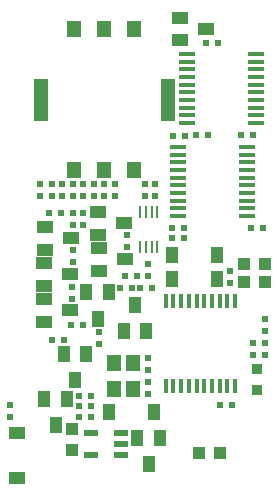
<source format=gbr>
G04 #@! TF.GenerationSoftware,KiCad,Pcbnew,5.1.6-c6e7f7d~87~ubuntu18.04.1*
G04 #@! TF.CreationDate,2021-11-02T16:25:14+02:00*
G04 #@! TF.ProjectId,NB-IoT-DevKit_Rev_D,4e422d49-6f54-42d4-9465-764b69745f52,D*
G04 #@! TF.SameCoordinates,Original*
G04 #@! TF.FileFunction,Paste,Bot*
G04 #@! TF.FilePolarity,Positive*
%FSLAX46Y46*%
G04 Gerber Fmt 4.6, Leading zero omitted, Abs format (unit mm)*
G04 Created by KiCad (PCBNEW 5.1.6-c6e7f7d~87~ubuntu18.04.1) date 2021-11-02 16:25:14*
%MOMM*%
%LPD*%
G01*
G04 APERTURE LIST*
%ADD10R,0.230000X0.980000*%
%ADD11R,1.254000X3.544000*%
%ADD12R,1.154000X1.354000*%
%ADD13R,1.400000X1.000000*%
%ADD14R,0.550000X0.500000*%
%ADD15R,0.500000X0.550000*%
%ADD16R,1.000000X1.400000*%
%ADD17R,1.016000X1.016000*%
%ADD18R,1.400000X0.350000*%
%ADD19R,0.325000X1.270000*%
%ADD20R,1.200000X1.400000*%
%ADD21R,1.200000X0.550000*%
%ADD22R,0.914400X0.914400*%
G04 APERTURE END LIST*
D10*
X142442500Y-81129000D03*
X142942500Y-81129000D03*
X143442500Y-81129000D03*
X143942500Y-81129000D03*
X143942500Y-78129000D03*
X143442500Y-78129000D03*
X142942500Y-78129000D03*
X142442500Y-78129000D03*
D11*
X134061000Y-68643500D03*
X144804000Y-68643500D03*
D12*
X139446000Y-74623500D03*
X136906000Y-74623500D03*
X141986000Y-74623500D03*
X136906000Y-62673500D03*
X139446000Y-62673500D03*
X141986000Y-62673500D03*
D13*
X138973560Y-83118960D03*
X138973560Y-81216500D03*
X141183360Y-82171540D03*
D14*
X137668000Y-79248000D03*
X137668000Y-78232000D03*
D15*
X138303000Y-93726000D03*
X137287000Y-93726000D03*
X146304000Y-71691500D03*
X145288000Y-71691500D03*
X134747000Y-78232000D03*
X135763000Y-78232000D03*
X137287000Y-94615000D03*
X138303000Y-94615000D03*
X149098000Y-63817500D03*
X148082000Y-63817500D03*
X140779500Y-84582000D03*
X141795500Y-84582000D03*
D16*
X148966000Y-83820000D03*
X145166000Y-83820000D03*
X148966000Y-81788000D03*
X145166000Y-81788000D03*
D13*
X141138000Y-79121000D03*
X138938000Y-78171000D03*
X138938000Y-80071000D03*
D17*
X147447000Y-98552000D03*
X149225000Y-98552000D03*
D14*
X136715500Y-84518500D03*
X136715500Y-85534500D03*
D15*
X145161000Y-80391000D03*
X146177000Y-80391000D03*
D18*
X152252000Y-64766000D03*
X152252000Y-65416000D03*
X152252000Y-66066000D03*
X152252000Y-66716000D03*
X152252000Y-67366000D03*
X152252000Y-68016000D03*
X152252000Y-68666000D03*
X152252000Y-69316000D03*
X152252000Y-69966000D03*
X152252000Y-70616000D03*
X146452000Y-70616000D03*
X146452000Y-69966000D03*
X146452000Y-69316000D03*
X146452000Y-68666000D03*
X146452000Y-68016000D03*
X146452000Y-67366000D03*
X146452000Y-66716000D03*
X146452000Y-66066000D03*
X146452000Y-65416000D03*
X146452000Y-64766000D03*
X151490000Y-72640000D03*
X151490000Y-73290000D03*
X151490000Y-73940000D03*
X151490000Y-74590000D03*
X151490000Y-75240000D03*
X151490000Y-75890000D03*
X151490000Y-76540000D03*
X151490000Y-77190000D03*
X151490000Y-77840000D03*
X151490000Y-78490000D03*
X145690000Y-78490000D03*
X145690000Y-77840000D03*
X145690000Y-77190000D03*
X145690000Y-76540000D03*
X145690000Y-75890000D03*
X145690000Y-75240000D03*
X145690000Y-74590000D03*
X145690000Y-73940000D03*
X145690000Y-73290000D03*
X145690000Y-72640000D03*
D19*
X150499000Y-92900500D03*
X149849000Y-92900500D03*
X149199000Y-92900500D03*
X148549000Y-92900500D03*
X147899000Y-92900500D03*
X147249000Y-92900500D03*
X146599000Y-92900500D03*
X145949000Y-92900500D03*
X145299000Y-92900500D03*
X144649000Y-92900500D03*
X144649000Y-85661500D03*
X145299000Y-85661500D03*
X145949000Y-85661500D03*
X146599000Y-85661500D03*
X147249000Y-85661500D03*
X147899000Y-85661500D03*
X148549000Y-85661500D03*
X149199000Y-85661500D03*
X149849000Y-85661500D03*
X150499000Y-85661500D03*
D16*
X142242540Y-97282000D03*
X144145000Y-97282000D03*
X143189960Y-99491800D03*
D14*
X136779000Y-78232000D03*
X136779000Y-79248000D03*
D17*
X136715500Y-96520000D03*
X136715500Y-98298000D03*
X153035000Y-84074000D03*
X151257000Y-84074000D03*
D15*
X150241000Y-94488000D03*
X149225000Y-94488000D03*
D14*
X143129000Y-90551000D03*
X143129000Y-91567000D03*
X143129000Y-93599000D03*
X143129000Y-92583000D03*
D15*
X143510000Y-84582000D03*
X142494000Y-84582000D03*
X145161000Y-79502000D03*
X146177000Y-79502000D03*
X152844500Y-79502000D03*
X151828500Y-79502000D03*
D17*
X151257000Y-82550000D03*
X153035000Y-82550000D03*
D15*
X147193000Y-71628000D03*
X148209000Y-71628000D03*
X152019000Y-71628000D03*
X151003000Y-71628000D03*
D14*
X140335000Y-76835000D03*
X140335000Y-75819000D03*
X138557000Y-75819000D03*
X138557000Y-76835000D03*
X137668000Y-75819000D03*
X137668000Y-76835000D03*
D15*
X135001000Y-75819000D03*
X133985000Y-75819000D03*
D13*
X132080000Y-96901000D03*
X132080000Y-100701000D03*
D16*
X139832000Y-95123000D03*
X143632000Y-95123000D03*
X136019540Y-90170000D03*
X137922000Y-90170000D03*
X136966960Y-92379800D03*
X134368540Y-94015560D03*
X136271000Y-94015560D03*
X135315960Y-96225360D03*
D13*
X134401560Y-81340960D03*
X134401560Y-79438500D03*
X136611360Y-80393540D03*
D20*
X140297000Y-90975000D03*
X141897000Y-93175000D03*
X140297000Y-93175000D03*
X141897000Y-90975000D03*
D14*
X139001500Y-88328500D03*
X139001500Y-89344500D03*
X131445000Y-95504000D03*
X131445000Y-94488000D03*
D15*
X137287000Y-95504000D03*
X138303000Y-95504000D03*
D14*
X136779000Y-82423000D03*
X136779000Y-81407000D03*
D15*
X135001000Y-88963500D03*
X136017000Y-88963500D03*
D14*
X152019000Y-89281000D03*
X152019000Y-90297000D03*
D15*
X136652000Y-87693500D03*
X137668000Y-87693500D03*
X142240000Y-83566000D03*
X141224000Y-83566000D03*
D14*
X141351000Y-81153000D03*
X141351000Y-80137000D03*
X150114000Y-83185000D03*
X150114000Y-84201000D03*
X142875000Y-75819000D03*
X142875000Y-76835000D03*
X143764000Y-75819000D03*
X143764000Y-76835000D03*
X153035000Y-88265000D03*
X153035000Y-87249000D03*
X153035000Y-89281000D03*
X153035000Y-90297000D03*
X143129000Y-83566000D03*
X143129000Y-82550000D03*
D15*
X135001000Y-76835000D03*
X133985000Y-76835000D03*
D14*
X139446000Y-76835000D03*
X139446000Y-75819000D03*
X136779000Y-76835000D03*
X136779000Y-75819000D03*
X135890000Y-76835000D03*
X135890000Y-75819000D03*
D16*
X137924540Y-84963000D03*
X139827000Y-84963000D03*
X138871960Y-87172800D03*
D13*
X134366000Y-84388960D03*
X134366000Y-82486500D03*
X136575800Y-83441540D03*
X134366000Y-87429340D03*
X134366000Y-85526880D03*
X136575800Y-86481920D03*
D16*
X142999460Y-88229440D03*
X141097000Y-88229440D03*
X142052040Y-86019640D03*
D13*
X145831560Y-63624460D03*
X145831560Y-61722000D03*
X148041360Y-62677040D03*
D21*
X140873000Y-96837500D03*
X140873000Y-97787500D03*
X140873000Y-98737500D03*
X138273000Y-96837500D03*
X138273000Y-98737500D03*
D22*
X152400000Y-91440000D03*
X152400000Y-93218000D03*
M02*

</source>
